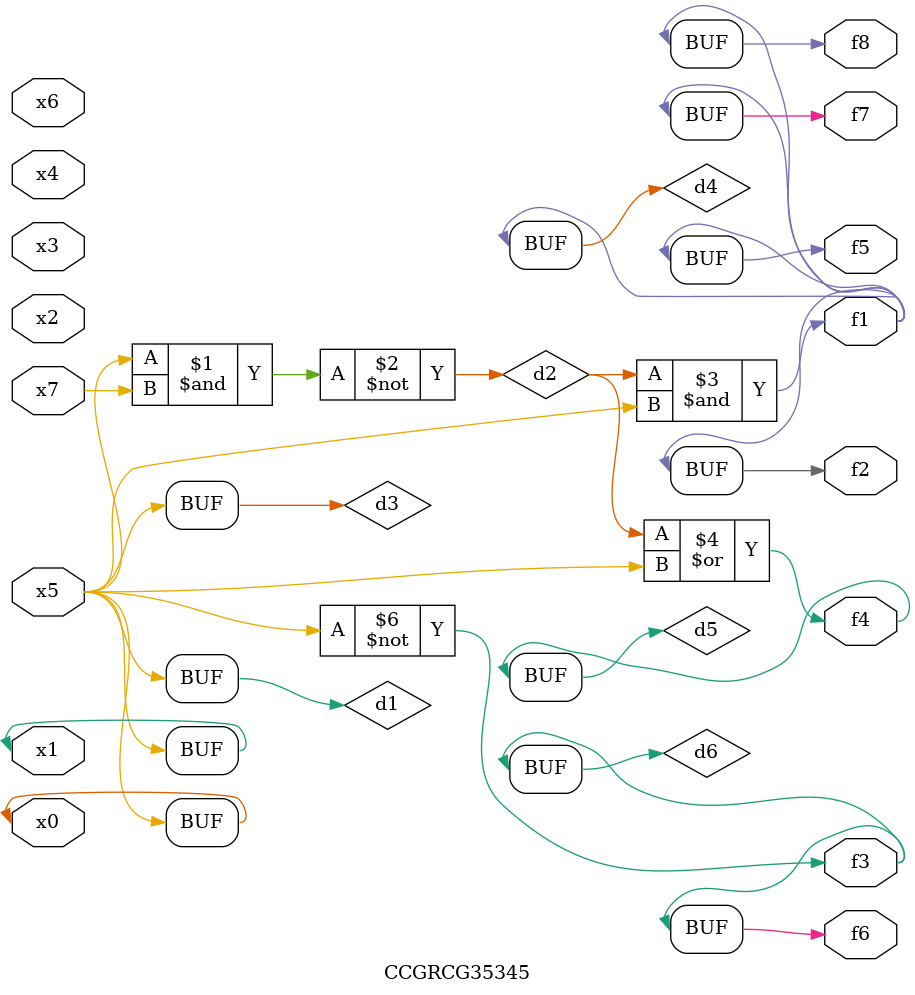
<source format=v>
module CCGRCG35345(
	input x0, x1, x2, x3, x4, x5, x6, x7,
	output f1, f2, f3, f4, f5, f6, f7, f8
);

	wire d1, d2, d3, d4, d5, d6;

	buf (d1, x0, x5);
	nand (d2, x5, x7);
	buf (d3, x0, x1);
	and (d4, d2, d3);
	or (d5, d2, d3);
	nor (d6, d1, d3);
	assign f1 = d4;
	assign f2 = d4;
	assign f3 = d6;
	assign f4 = d5;
	assign f5 = d4;
	assign f6 = d6;
	assign f7 = d4;
	assign f8 = d4;
endmodule

</source>
